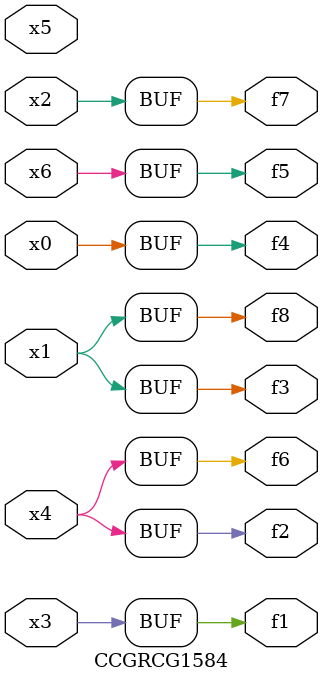
<source format=v>
module CCGRCG1584(
	input x0, x1, x2, x3, x4, x5, x6,
	output f1, f2, f3, f4, f5, f6, f7, f8
);
	assign f1 = x3;
	assign f2 = x4;
	assign f3 = x1;
	assign f4 = x0;
	assign f5 = x6;
	assign f6 = x4;
	assign f7 = x2;
	assign f8 = x1;
endmodule

</source>
